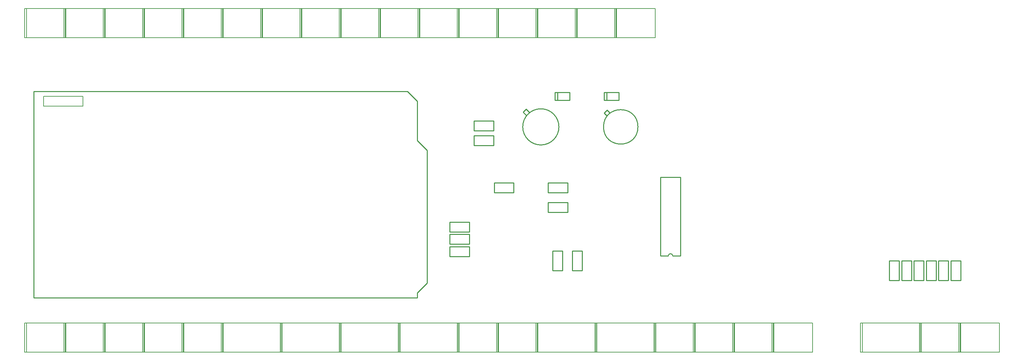
<source format=gbr>
G04 DipTrace 3.3.1.3*
G04 TopSilk.gbr*
%MOIN*%
G04 #@! TF.FileFunction,Legend,Top*
G04 #@! TF.Part,Single*
%ADD10C,0.009843*%
%ADD18C,0.005*%
%ADD29C,0.005906*%
%FSLAX26Y26*%
G04*
G70*
G90*
G75*
G01*
G04 TopSilk*
%LPD*%
X2494948Y3738058D2*
D18*
Y4033333D1*
X2514625D1*
X2908333D1*
Y3738058D1*
X2514625D1*
X2494948D1*
X2514625Y4033333D2*
Y3738058D1*
X2894948D2*
Y4033333D1*
X2914625D1*
X3308333D1*
Y3738058D1*
X2914625D1*
X2894948D1*
X2914625Y4033333D2*
Y3738058D1*
X3294948D2*
Y4033333D1*
X3314625D1*
X3708333D1*
Y3738058D1*
X3314625D1*
X3294948D1*
X3314625Y4033333D2*
Y3738058D1*
X6094948D2*
Y4033333D1*
X6114625D1*
X6508333D1*
Y3738058D1*
X6114625D1*
X6094948D1*
X6114625Y4033333D2*
Y3738058D1*
X494948Y538058D2*
Y833333D1*
X514625D1*
X908333D1*
Y538058D1*
X514625D1*
X494948D1*
X514625Y833333D2*
Y538058D1*
X6494948Y3738058D2*
Y4033333D1*
X6514625D1*
X6908333D1*
Y3738058D1*
X6514625D1*
X6494948D1*
X6514625Y4033333D2*
Y3738058D1*
X4494948D2*
Y4033333D1*
X4514625D1*
X4908333D1*
Y3738058D1*
X4514625D1*
X4494948D1*
X4514625Y4033333D2*
Y3738058D1*
X587958Y3192979D2*
D10*
Y1092979D1*
Y3192979D2*
X4387883D1*
X4588058Y2593009D2*
Y1242919D1*
X4488183Y1092979D2*
X587958D1*
X4588058Y1242919D2*
X4488183Y1142959D1*
Y1092979D2*
Y1142959D1*
X4588058Y2593009D2*
X4488183Y2692969D1*
Y3093019D1*
X4387883Y3192979D1*
X894948Y3738058D2*
D18*
Y4033333D1*
X914625D1*
X1308333D1*
Y3738058D1*
X914625D1*
X894948D1*
X914625Y4033333D2*
Y3738058D1*
X6038058Y3182979D2*
D10*
X5888058D1*
Y3102979D1*
X6038058D2*
X5888058D1*
X5914308Y3182979D2*
Y3102979D1*
X6038058D2*
Y3182979D1*
X8994948Y538058D2*
D18*
Y833333D1*
X9014658D1*
X9605184D1*
Y538058D1*
X9014658D1*
X8994948D1*
X9014658Y833333D2*
Y538058D1*
X4894948Y3738058D2*
Y4033333D1*
X4914625D1*
X5308333D1*
Y3738058D1*
X4914625D1*
X4894948D1*
X4914625Y4033333D2*
Y3738058D1*
X5294948D2*
Y4033333D1*
X5314625D1*
X5708333D1*
Y3738058D1*
X5314625D1*
X5294948D1*
X5314625Y4033333D2*
Y3738058D1*
X5694948D2*
Y4033333D1*
X5714625D1*
X6108333D1*
Y3738058D1*
X5714625D1*
X5694948D1*
X5714625Y4033333D2*
Y3738058D1*
X894948Y538058D2*
Y833333D1*
X914625D1*
X1308333D1*
Y538058D1*
X914625D1*
X894948D1*
X914625Y833333D2*
Y538058D1*
X1294948D2*
Y833333D1*
X1314625D1*
X1708333D1*
Y538058D1*
X1314625D1*
X1294948D1*
X1314625Y833333D2*
Y538058D1*
X5269487Y2261730D2*
D10*
X5469127D1*
Y2161730D2*
Y2261730D1*
X5269487Y2161730D2*
X5469127D1*
X5269487D2*
Y2261730D1*
X1294948Y3738058D2*
D18*
Y4033333D1*
X1314625D1*
X1708333D1*
Y3738058D1*
X1314625D1*
X1294948D1*
X1314625Y4033333D2*
Y3738058D1*
X5063238Y2892979D2*
D10*
X5262878D1*
Y2792979D2*
Y2892979D1*
X5063238Y2792979D2*
X5262878D1*
X5063238D2*
Y2892979D1*
X6538058Y3182979D2*
X6388058D1*
Y3102979D1*
X6538058D2*
X6388058D1*
X6414308Y3182979D2*
Y3102979D1*
X6538058D2*
Y3182979D1*
X6894948Y538058D2*
D18*
Y833333D1*
X6914625D1*
X7308333D1*
Y538058D1*
X6914625D1*
X6894948D1*
X6914625Y833333D2*
Y538058D1*
X5694948D2*
Y833333D1*
X5714658D1*
X6305184D1*
Y538058D1*
X5714658D1*
X5694948D1*
X5714658Y833333D2*
Y538058D1*
X6294948D2*
Y833333D1*
X6314658D1*
X6905184D1*
Y538058D1*
X6314658D1*
X6294948D1*
X6314658Y833333D2*
Y538058D1*
X7294948D2*
Y833333D1*
X7314625D1*
X7708333D1*
Y538058D1*
X7314625D1*
X7294948D1*
X7314625Y833333D2*
Y538058D1*
X7694948D2*
Y833333D1*
X7714625D1*
X8108333D1*
Y538058D1*
X7714625D1*
X7694948D1*
X7714625Y833333D2*
Y538058D1*
X8094948D2*
Y833333D1*
X8114625D1*
X8508333D1*
Y538058D1*
X8114625D1*
X8094948D1*
X8114625Y833333D2*
Y538058D1*
X2494948D2*
Y833333D1*
X2514658D1*
X3105184D1*
Y538058D1*
X2514658D1*
X2494948D1*
X2514658Y833333D2*
Y538058D1*
X6960691Y1516404D2*
D10*
Y2319554D1*
X7165424D2*
X6960691D1*
X7165424Y1516404D2*
Y2319554D1*
Y1516404D2*
X7086684D1*
X6960691D2*
X7039432D1*
X7086684D2*
G03X7039432Y1516404I-23626J-13D01*
G01*
X9513058Y1467799D2*
Y1268159D1*
X9413058D2*
X9513058D1*
X9413058Y1467799D2*
Y1268159D1*
Y1467799D2*
X9513058D1*
X9388058D2*
Y1268159D1*
X9288058D2*
X9388058D1*
X9288058Y1467799D2*
Y1268159D1*
Y1467799D2*
X9388058D1*
X9638058D2*
Y1268159D1*
X9538058D2*
X9638058D1*
X9538058Y1467799D2*
Y1268159D1*
Y1467799D2*
X9638058D1*
X9763058D2*
Y1268159D1*
X9663058D2*
X9763058D1*
X9663058Y1467799D2*
Y1268159D1*
Y1467799D2*
X9763058D1*
X9888058D2*
Y1268159D1*
X9788058D2*
X9888058D1*
X9788058Y1467799D2*
Y1268159D1*
Y1467799D2*
X9888058D1*
X10013058D2*
Y1268159D1*
X9913058D2*
X10013058D1*
X9913058Y1467799D2*
Y1268159D1*
Y1467799D2*
X10013058D1*
X5262878Y2642979D2*
X5063238D1*
Y2742979D2*
Y2642979D1*
X5262878Y2742979D2*
X5063238D1*
X5262878D2*
Y2642979D1*
X5018521Y1761399D2*
X4818881D1*
Y1861399D2*
Y1761399D1*
X5018521Y1861399D2*
X4818881D1*
X5018521D2*
Y1761399D1*
Y1636399D2*
X4818881D1*
Y1736399D2*
Y1636399D1*
X5018521Y1736399D2*
X4818881D1*
X5018521D2*
Y1636399D1*
Y1511399D2*
X4818881D1*
Y1611399D2*
Y1511399D1*
X5018521Y1611399D2*
X4818881D1*
X5018521D2*
Y1511399D1*
X6416807Y3000579D2*
X6386707Y2970479D1*
X6416807Y3000579D2*
X6446907Y2970479D1*
X6386707D2*
X6416807Y2940379D1*
X6381807Y2830479D2*
G02X6381807Y2830479I175000J0D01*
G01*
X5963058Y1567799D2*
Y1368159D1*
X5863058D2*
X5963058D1*
X5863058Y1567799D2*
Y1368159D1*
Y1567799D2*
X5963058D1*
X6163058D2*
Y1368159D1*
X6063058D2*
X6163058D1*
X6063058Y1567799D2*
Y1368159D1*
Y1567799D2*
X6163058D1*
X494948Y3738058D2*
D18*
Y4033333D1*
X514625D1*
X908333D1*
Y3738058D1*
X514625D1*
X494948D1*
X514625Y4033333D2*
Y3738058D1*
X1694948D2*
Y4033333D1*
X1714625D1*
X2108333D1*
Y3738058D1*
X1714625D1*
X1694948D1*
X1714625Y4033333D2*
Y3738058D1*
X2094948D2*
Y4033333D1*
X2114625D1*
X2508333D1*
Y3738058D1*
X2114625D1*
X2094948D1*
X2114625Y4033333D2*
Y3738058D1*
X3694948D2*
Y4033333D1*
X3714625D1*
X4108333D1*
Y3738058D1*
X3714625D1*
X3694948D1*
X3714625Y4033333D2*
Y3738058D1*
X4094948D2*
Y4033333D1*
X4114625D1*
X4508333D1*
Y3738058D1*
X4114625D1*
X4094948D1*
X4114625Y4033333D2*
Y3738058D1*
X9594948Y538058D2*
Y833333D1*
X9614625D1*
X10008333D1*
Y538058D1*
X9614625D1*
X9594948D1*
X9614625Y833333D2*
Y538058D1*
X9994948D2*
Y833333D1*
X10014625D1*
X10408333D1*
Y538058D1*
X10014625D1*
X9994948D1*
X10014625Y833333D2*
Y538058D1*
X3094948D2*
Y833333D1*
X3114658D1*
X3705184D1*
Y538058D1*
X3114658D1*
X3094948D1*
X3114658Y833333D2*
Y538058D1*
X3694948D2*
Y833333D1*
X3714658D1*
X4305184D1*
Y538058D1*
X3714658D1*
X3694948D1*
X3714658Y833333D2*
Y538058D1*
X4294948D2*
Y833333D1*
X4314658D1*
X4905184D1*
Y538058D1*
X4314658D1*
X4294948D1*
X4314658Y833333D2*
Y538058D1*
X4894948D2*
Y833333D1*
X4914625D1*
X5308333D1*
Y538058D1*
X4914625D1*
X4894948D1*
X4914625Y833333D2*
Y538058D1*
X5294948D2*
Y833333D1*
X5314625D1*
X5708333D1*
Y538058D1*
X5314625D1*
X5294948D1*
X5314625Y833333D2*
Y538058D1*
X5594161Y3010434D2*
D10*
X5564353Y2980625D1*
X5594161Y3010434D2*
X5629489Y2975473D1*
X5564353Y2980625D2*
X5599313Y2945297D1*
X5560304Y2830479D2*
G02X5560304Y2830479I184003J0D01*
G01*
X1088867Y3142985D2*
D29*
X688828D1*
X1088867Y3042973D2*
X688828D1*
Y3142985D2*
Y3042973D1*
X1088867D2*
Y3142985D1*
X1694948Y538058D2*
D18*
Y833333D1*
X1714625D1*
X2108333D1*
Y538058D1*
X1714625D1*
X1694948D1*
X1714625Y833333D2*
Y538058D1*
X2094948D2*
Y833333D1*
X2114625D1*
X2508333D1*
Y538058D1*
X2114625D1*
X2094948D1*
X2114625Y833333D2*
Y538058D1*
X6018521Y2161399D2*
D10*
X5818881D1*
Y2261399D2*
Y2161399D1*
X6018521Y2261399D2*
X5818881D1*
X6018521D2*
Y2161399D1*
Y1961399D2*
X5818881D1*
Y2061399D2*
Y1961399D1*
X6018521Y2061399D2*
X5818881D1*
X6018521D2*
Y1961399D1*
M02*

</source>
